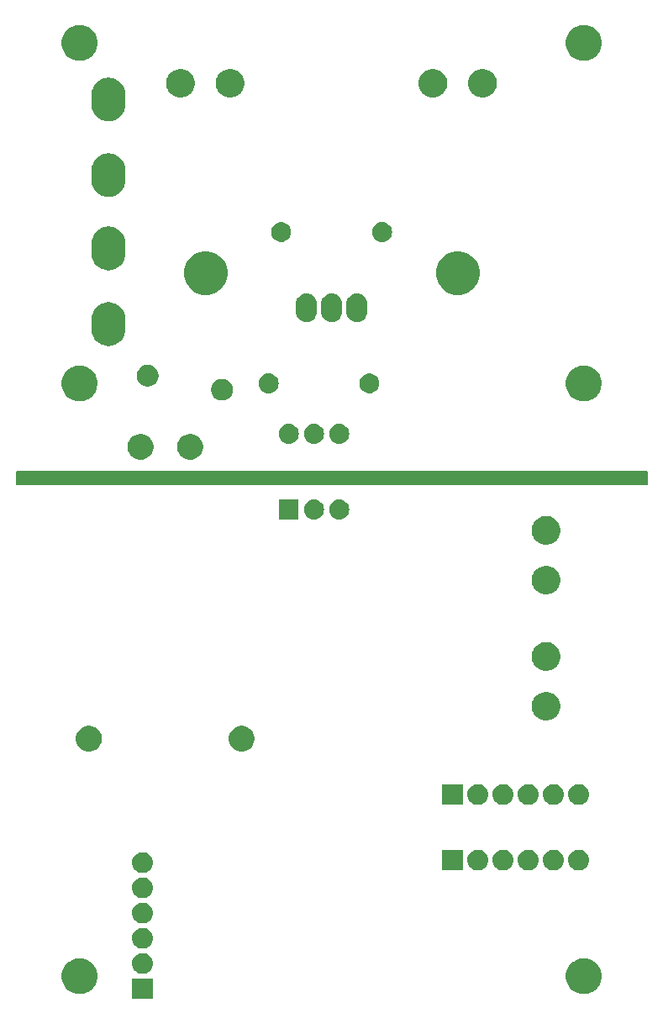
<source format=gbr>
G04 #@! TF.GenerationSoftware,KiCad,Pcbnew,(5.0.1)-4*
G04 #@! TF.CreationDate,2019-02-15T22:12:16-03:00*
G04 #@! TF.ProjectId,reflow,7265666C6F772E6B696361645F706362,rev?*
G04 #@! TF.SameCoordinates,Original*
G04 #@! TF.FileFunction,Soldermask,Bot*
G04 #@! TF.FilePolarity,Negative*
%FSLAX46Y46*%
G04 Gerber Fmt 4.6, Leading zero omitted, Abs format (unit mm)*
G04 Created by KiCad (PCBNEW (5.0.1)-4) date 15/2/2019 22:12:16*
%MOMM*%
%LPD*%
G01*
G04 APERTURE LIST*
%ADD10C,0.150000*%
%ADD11C,0.100000*%
G04 APERTURE END LIST*
D10*
G36*
X119380000Y-67310000D02*
X182880000Y-67310000D01*
X182880000Y-68580000D01*
X119380000Y-68580000D01*
X119380000Y-67310000D01*
G37*
X119380000Y-67310000D02*
X182880000Y-67310000D01*
X182880000Y-68580000D01*
X119380000Y-68580000D01*
X119380000Y-67310000D01*
D11*
G36*
X133130000Y-120430000D02*
X131030000Y-120430000D01*
X131030000Y-118330000D01*
X133130000Y-118330000D01*
X133130000Y-120430000D01*
X133130000Y-120430000D01*
G37*
G36*
X176939122Y-116356115D02*
X177055041Y-116379173D01*
X177382620Y-116514861D01*
X177561169Y-116634164D01*
X177677436Y-116711851D01*
X177928149Y-116962564D01*
X177928151Y-116962567D01*
X178116040Y-117243762D01*
X178125140Y-117257382D01*
X178260827Y-117584960D01*
X178330000Y-117932714D01*
X178330000Y-118287286D01*
X178260827Y-118635040D01*
X178125140Y-118962618D01*
X177928149Y-119257436D01*
X177677436Y-119508149D01*
X177677433Y-119508151D01*
X177382620Y-119705139D01*
X177055041Y-119840827D01*
X176939122Y-119863885D01*
X176707286Y-119910000D01*
X176352714Y-119910000D01*
X176120878Y-119863885D01*
X176004959Y-119840827D01*
X175677380Y-119705139D01*
X175382567Y-119508151D01*
X175382564Y-119508149D01*
X175131851Y-119257436D01*
X174934860Y-118962618D01*
X174799173Y-118635040D01*
X174730000Y-118287286D01*
X174730000Y-117932714D01*
X174799173Y-117584960D01*
X174934860Y-117257382D01*
X174943961Y-117243762D01*
X175131849Y-116962567D01*
X175131851Y-116962564D01*
X175382564Y-116711851D01*
X175498831Y-116634164D01*
X175677380Y-116514861D01*
X176004959Y-116379173D01*
X176120878Y-116356115D01*
X176352714Y-116310000D01*
X176707286Y-116310000D01*
X176939122Y-116356115D01*
X176939122Y-116356115D01*
G37*
G36*
X126139122Y-116356115D02*
X126255041Y-116379173D01*
X126582620Y-116514861D01*
X126761169Y-116634164D01*
X126877436Y-116711851D01*
X127128149Y-116962564D01*
X127128151Y-116962567D01*
X127316040Y-117243762D01*
X127325140Y-117257382D01*
X127460827Y-117584960D01*
X127530000Y-117932714D01*
X127530000Y-118287286D01*
X127460827Y-118635040D01*
X127325140Y-118962618D01*
X127128149Y-119257436D01*
X126877436Y-119508149D01*
X126877433Y-119508151D01*
X126582620Y-119705139D01*
X126255041Y-119840827D01*
X126139122Y-119863885D01*
X125907286Y-119910000D01*
X125552714Y-119910000D01*
X125320878Y-119863885D01*
X125204959Y-119840827D01*
X124877380Y-119705139D01*
X124582567Y-119508151D01*
X124582564Y-119508149D01*
X124331851Y-119257436D01*
X124134860Y-118962618D01*
X123999173Y-118635040D01*
X123930000Y-118287286D01*
X123930000Y-117932714D01*
X123999173Y-117584960D01*
X124134860Y-117257382D01*
X124143961Y-117243762D01*
X124331849Y-116962567D01*
X124331851Y-116962564D01*
X124582564Y-116711851D01*
X124698831Y-116634164D01*
X124877380Y-116514861D01*
X125204959Y-116379173D01*
X125320878Y-116356115D01*
X125552714Y-116310000D01*
X125907286Y-116310000D01*
X126139122Y-116356115D01*
X126139122Y-116356115D01*
G37*
G36*
X132208707Y-115797596D02*
X132285836Y-115805193D01*
X132417787Y-115845220D01*
X132483763Y-115865233D01*
X132666172Y-115962733D01*
X132826054Y-116093946D01*
X132957267Y-116253828D01*
X133054767Y-116436237D01*
X133054767Y-116436238D01*
X133114807Y-116634164D01*
X133135080Y-116840000D01*
X133114807Y-117045836D01*
X133074780Y-117177787D01*
X133054767Y-117243763D01*
X132957267Y-117426172D01*
X132826054Y-117586054D01*
X132666172Y-117717267D01*
X132483763Y-117814767D01*
X132417787Y-117834780D01*
X132285836Y-117874807D01*
X132208707Y-117882404D01*
X132131580Y-117890000D01*
X132028420Y-117890000D01*
X131951293Y-117882404D01*
X131874164Y-117874807D01*
X131742213Y-117834780D01*
X131676237Y-117814767D01*
X131493828Y-117717267D01*
X131333946Y-117586054D01*
X131202733Y-117426172D01*
X131105233Y-117243763D01*
X131085220Y-117177787D01*
X131045193Y-117045836D01*
X131024920Y-116840000D01*
X131045193Y-116634164D01*
X131105233Y-116436238D01*
X131105233Y-116436237D01*
X131202733Y-116253828D01*
X131333946Y-116093946D01*
X131493828Y-115962733D01*
X131676237Y-115865233D01*
X131742213Y-115845220D01*
X131874164Y-115805193D01*
X131951293Y-115797596D01*
X132028420Y-115790000D01*
X132131580Y-115790000D01*
X132208707Y-115797596D01*
X132208707Y-115797596D01*
G37*
G36*
X132208707Y-113257596D02*
X132285836Y-113265193D01*
X132417787Y-113305220D01*
X132483763Y-113325233D01*
X132666172Y-113422733D01*
X132826054Y-113553946D01*
X132957267Y-113713828D01*
X133054767Y-113896237D01*
X133054767Y-113896238D01*
X133114807Y-114094164D01*
X133135080Y-114300000D01*
X133114807Y-114505836D01*
X133074780Y-114637787D01*
X133054767Y-114703763D01*
X132957267Y-114886172D01*
X132826054Y-115046054D01*
X132666172Y-115177267D01*
X132483763Y-115274767D01*
X132417787Y-115294780D01*
X132285836Y-115334807D01*
X132208707Y-115342403D01*
X132131580Y-115350000D01*
X132028420Y-115350000D01*
X131951293Y-115342403D01*
X131874164Y-115334807D01*
X131742213Y-115294780D01*
X131676237Y-115274767D01*
X131493828Y-115177267D01*
X131333946Y-115046054D01*
X131202733Y-114886172D01*
X131105233Y-114703763D01*
X131085220Y-114637787D01*
X131045193Y-114505836D01*
X131024920Y-114300000D01*
X131045193Y-114094164D01*
X131105233Y-113896238D01*
X131105233Y-113896237D01*
X131202733Y-113713828D01*
X131333946Y-113553946D01*
X131493828Y-113422733D01*
X131676237Y-113325233D01*
X131742213Y-113305220D01*
X131874164Y-113265193D01*
X131951293Y-113257596D01*
X132028420Y-113250000D01*
X132131580Y-113250000D01*
X132208707Y-113257596D01*
X132208707Y-113257596D01*
G37*
G36*
X132208707Y-110717596D02*
X132285836Y-110725193D01*
X132417787Y-110765220D01*
X132483763Y-110785233D01*
X132666172Y-110882733D01*
X132826054Y-111013946D01*
X132957267Y-111173828D01*
X133054767Y-111356237D01*
X133054767Y-111356238D01*
X133114807Y-111554164D01*
X133135080Y-111760000D01*
X133114807Y-111965836D01*
X133074780Y-112097787D01*
X133054767Y-112163763D01*
X132957267Y-112346172D01*
X132826054Y-112506054D01*
X132666172Y-112637267D01*
X132483763Y-112734767D01*
X132417787Y-112754780D01*
X132285836Y-112794807D01*
X132208707Y-112802403D01*
X132131580Y-112810000D01*
X132028420Y-112810000D01*
X131951293Y-112802403D01*
X131874164Y-112794807D01*
X131742213Y-112754780D01*
X131676237Y-112734767D01*
X131493828Y-112637267D01*
X131333946Y-112506054D01*
X131202733Y-112346172D01*
X131105233Y-112163763D01*
X131085220Y-112097787D01*
X131045193Y-111965836D01*
X131024920Y-111760000D01*
X131045193Y-111554164D01*
X131105233Y-111356238D01*
X131105233Y-111356237D01*
X131202733Y-111173828D01*
X131333946Y-111013946D01*
X131493828Y-110882733D01*
X131676237Y-110785233D01*
X131742213Y-110765220D01*
X131874164Y-110725193D01*
X131951293Y-110717596D01*
X132028420Y-110710000D01*
X132131580Y-110710000D01*
X132208707Y-110717596D01*
X132208707Y-110717596D01*
G37*
G36*
X132208707Y-108177597D02*
X132285836Y-108185193D01*
X132417787Y-108225220D01*
X132483763Y-108245233D01*
X132666172Y-108342733D01*
X132826054Y-108473946D01*
X132957267Y-108633828D01*
X133054767Y-108816237D01*
X133054767Y-108816238D01*
X133114807Y-109014164D01*
X133135080Y-109220000D01*
X133114807Y-109425836D01*
X133074780Y-109557787D01*
X133054767Y-109623763D01*
X132957267Y-109806172D01*
X132826054Y-109966054D01*
X132666172Y-110097267D01*
X132483763Y-110194767D01*
X132417787Y-110214780D01*
X132285836Y-110254807D01*
X132208707Y-110262404D01*
X132131580Y-110270000D01*
X132028420Y-110270000D01*
X131951293Y-110262404D01*
X131874164Y-110254807D01*
X131742213Y-110214780D01*
X131676237Y-110194767D01*
X131493828Y-110097267D01*
X131333946Y-109966054D01*
X131202733Y-109806172D01*
X131105233Y-109623763D01*
X131085220Y-109557787D01*
X131045193Y-109425836D01*
X131024920Y-109220000D01*
X131045193Y-109014164D01*
X131105233Y-108816238D01*
X131105233Y-108816237D01*
X131202733Y-108633828D01*
X131333946Y-108473946D01*
X131493828Y-108342733D01*
X131676237Y-108245233D01*
X131742213Y-108225220D01*
X131874164Y-108185193D01*
X131951293Y-108177597D01*
X132028420Y-108170000D01*
X132131580Y-108170000D01*
X132208707Y-108177597D01*
X132208707Y-108177597D01*
G37*
G36*
X132208707Y-105637596D02*
X132285836Y-105645193D01*
X132417787Y-105685220D01*
X132483763Y-105705233D01*
X132666172Y-105802733D01*
X132826054Y-105933946D01*
X132957267Y-106093828D01*
X133054767Y-106276237D01*
X133054767Y-106276238D01*
X133114807Y-106474164D01*
X133135080Y-106680000D01*
X133114807Y-106885836D01*
X133074780Y-107017787D01*
X133054767Y-107083763D01*
X132957267Y-107266172D01*
X132826054Y-107426054D01*
X132666172Y-107557267D01*
X132483763Y-107654767D01*
X132417787Y-107674780D01*
X132285836Y-107714807D01*
X132208707Y-107722404D01*
X132131580Y-107730000D01*
X132028420Y-107730000D01*
X131951293Y-107722404D01*
X131874164Y-107714807D01*
X131742213Y-107674780D01*
X131676237Y-107654767D01*
X131493828Y-107557267D01*
X131333946Y-107426054D01*
X131202733Y-107266172D01*
X131105233Y-107083763D01*
X131085220Y-107017787D01*
X131045193Y-106885836D01*
X131024920Y-106680000D01*
X131045193Y-106474164D01*
X131105233Y-106276238D01*
X131105233Y-106276237D01*
X131202733Y-106093828D01*
X131333946Y-105933946D01*
X131493828Y-105802733D01*
X131676237Y-105705233D01*
X131742213Y-105685220D01*
X131874164Y-105645193D01*
X131951293Y-105637596D01*
X132028420Y-105630000D01*
X132131580Y-105630000D01*
X132208707Y-105637596D01*
X132208707Y-105637596D01*
G37*
G36*
X173610707Y-105383596D02*
X173687836Y-105391193D01*
X173819787Y-105431220D01*
X173885763Y-105451233D01*
X174068172Y-105548733D01*
X174228054Y-105679946D01*
X174359267Y-105839828D01*
X174456767Y-106022237D01*
X174456767Y-106022238D01*
X174516807Y-106220164D01*
X174537080Y-106426000D01*
X174516807Y-106631836D01*
X174476780Y-106763787D01*
X174456767Y-106829763D01*
X174359267Y-107012172D01*
X174228054Y-107172054D01*
X174068172Y-107303267D01*
X173885763Y-107400767D01*
X173819787Y-107420780D01*
X173687836Y-107460807D01*
X173610707Y-107468403D01*
X173533580Y-107476000D01*
X173430420Y-107476000D01*
X173353293Y-107468403D01*
X173276164Y-107460807D01*
X173144213Y-107420780D01*
X173078237Y-107400767D01*
X172895828Y-107303267D01*
X172735946Y-107172054D01*
X172604733Y-107012172D01*
X172507233Y-106829763D01*
X172487220Y-106763787D01*
X172447193Y-106631836D01*
X172426920Y-106426000D01*
X172447193Y-106220164D01*
X172507233Y-106022238D01*
X172507233Y-106022237D01*
X172604733Y-105839828D01*
X172735946Y-105679946D01*
X172895828Y-105548733D01*
X173078237Y-105451233D01*
X173144213Y-105431220D01*
X173276164Y-105391193D01*
X173353293Y-105383596D01*
X173430420Y-105376000D01*
X173533580Y-105376000D01*
X173610707Y-105383596D01*
X173610707Y-105383596D01*
G37*
G36*
X176150707Y-105383596D02*
X176227836Y-105391193D01*
X176359787Y-105431220D01*
X176425763Y-105451233D01*
X176608172Y-105548733D01*
X176768054Y-105679946D01*
X176899267Y-105839828D01*
X176996767Y-106022237D01*
X176996767Y-106022238D01*
X177056807Y-106220164D01*
X177077080Y-106426000D01*
X177056807Y-106631836D01*
X177016780Y-106763787D01*
X176996767Y-106829763D01*
X176899267Y-107012172D01*
X176768054Y-107172054D01*
X176608172Y-107303267D01*
X176425763Y-107400767D01*
X176359787Y-107420780D01*
X176227836Y-107460807D01*
X176150707Y-107468403D01*
X176073580Y-107476000D01*
X175970420Y-107476000D01*
X175893293Y-107468403D01*
X175816164Y-107460807D01*
X175684213Y-107420780D01*
X175618237Y-107400767D01*
X175435828Y-107303267D01*
X175275946Y-107172054D01*
X175144733Y-107012172D01*
X175047233Y-106829763D01*
X175027220Y-106763787D01*
X174987193Y-106631836D01*
X174966920Y-106426000D01*
X174987193Y-106220164D01*
X175047233Y-106022238D01*
X175047233Y-106022237D01*
X175144733Y-105839828D01*
X175275946Y-105679946D01*
X175435828Y-105548733D01*
X175618237Y-105451233D01*
X175684213Y-105431220D01*
X175816164Y-105391193D01*
X175893293Y-105383596D01*
X175970420Y-105376000D01*
X176073580Y-105376000D01*
X176150707Y-105383596D01*
X176150707Y-105383596D01*
G37*
G36*
X171070707Y-105383596D02*
X171147836Y-105391193D01*
X171279787Y-105431220D01*
X171345763Y-105451233D01*
X171528172Y-105548733D01*
X171688054Y-105679946D01*
X171819267Y-105839828D01*
X171916767Y-106022237D01*
X171916767Y-106022238D01*
X171976807Y-106220164D01*
X171997080Y-106426000D01*
X171976807Y-106631836D01*
X171936780Y-106763787D01*
X171916767Y-106829763D01*
X171819267Y-107012172D01*
X171688054Y-107172054D01*
X171528172Y-107303267D01*
X171345763Y-107400767D01*
X171279787Y-107420780D01*
X171147836Y-107460807D01*
X171070707Y-107468403D01*
X170993580Y-107476000D01*
X170890420Y-107476000D01*
X170813293Y-107468403D01*
X170736164Y-107460807D01*
X170604213Y-107420780D01*
X170538237Y-107400767D01*
X170355828Y-107303267D01*
X170195946Y-107172054D01*
X170064733Y-107012172D01*
X169967233Y-106829763D01*
X169947220Y-106763787D01*
X169907193Y-106631836D01*
X169886920Y-106426000D01*
X169907193Y-106220164D01*
X169967233Y-106022238D01*
X169967233Y-106022237D01*
X170064733Y-105839828D01*
X170195946Y-105679946D01*
X170355828Y-105548733D01*
X170538237Y-105451233D01*
X170604213Y-105431220D01*
X170736164Y-105391193D01*
X170813293Y-105383596D01*
X170890420Y-105376000D01*
X170993580Y-105376000D01*
X171070707Y-105383596D01*
X171070707Y-105383596D01*
G37*
G36*
X165990707Y-105383596D02*
X166067836Y-105391193D01*
X166199787Y-105431220D01*
X166265763Y-105451233D01*
X166448172Y-105548733D01*
X166608054Y-105679946D01*
X166739267Y-105839828D01*
X166836767Y-106022237D01*
X166836767Y-106022238D01*
X166896807Y-106220164D01*
X166917080Y-106426000D01*
X166896807Y-106631836D01*
X166856780Y-106763787D01*
X166836767Y-106829763D01*
X166739267Y-107012172D01*
X166608054Y-107172054D01*
X166448172Y-107303267D01*
X166265763Y-107400767D01*
X166199787Y-107420780D01*
X166067836Y-107460807D01*
X165990707Y-107468403D01*
X165913580Y-107476000D01*
X165810420Y-107476000D01*
X165733293Y-107468403D01*
X165656164Y-107460807D01*
X165524213Y-107420780D01*
X165458237Y-107400767D01*
X165275828Y-107303267D01*
X165115946Y-107172054D01*
X164984733Y-107012172D01*
X164887233Y-106829763D01*
X164867220Y-106763787D01*
X164827193Y-106631836D01*
X164806920Y-106426000D01*
X164827193Y-106220164D01*
X164887233Y-106022238D01*
X164887233Y-106022237D01*
X164984733Y-105839828D01*
X165115946Y-105679946D01*
X165275828Y-105548733D01*
X165458237Y-105451233D01*
X165524213Y-105431220D01*
X165656164Y-105391193D01*
X165733293Y-105383596D01*
X165810420Y-105376000D01*
X165913580Y-105376000D01*
X165990707Y-105383596D01*
X165990707Y-105383596D01*
G37*
G36*
X168530707Y-105383596D02*
X168607836Y-105391193D01*
X168739787Y-105431220D01*
X168805763Y-105451233D01*
X168988172Y-105548733D01*
X169148054Y-105679946D01*
X169279267Y-105839828D01*
X169376767Y-106022237D01*
X169376767Y-106022238D01*
X169436807Y-106220164D01*
X169457080Y-106426000D01*
X169436807Y-106631836D01*
X169396780Y-106763787D01*
X169376767Y-106829763D01*
X169279267Y-107012172D01*
X169148054Y-107172054D01*
X168988172Y-107303267D01*
X168805763Y-107400767D01*
X168739787Y-107420780D01*
X168607836Y-107460807D01*
X168530707Y-107468403D01*
X168453580Y-107476000D01*
X168350420Y-107476000D01*
X168273293Y-107468403D01*
X168196164Y-107460807D01*
X168064213Y-107420780D01*
X167998237Y-107400767D01*
X167815828Y-107303267D01*
X167655946Y-107172054D01*
X167524733Y-107012172D01*
X167427233Y-106829763D01*
X167407220Y-106763787D01*
X167367193Y-106631836D01*
X167346920Y-106426000D01*
X167367193Y-106220164D01*
X167427233Y-106022238D01*
X167427233Y-106022237D01*
X167524733Y-105839828D01*
X167655946Y-105679946D01*
X167815828Y-105548733D01*
X167998237Y-105451233D01*
X168064213Y-105431220D01*
X168196164Y-105391193D01*
X168273293Y-105383596D01*
X168350420Y-105376000D01*
X168453580Y-105376000D01*
X168530707Y-105383596D01*
X168530707Y-105383596D01*
G37*
G36*
X164372000Y-107476000D02*
X162272000Y-107476000D01*
X162272000Y-105376000D01*
X164372000Y-105376000D01*
X164372000Y-107476000D01*
X164372000Y-107476000D01*
G37*
G36*
X176150707Y-98779596D02*
X176227836Y-98787193D01*
X176359787Y-98827220D01*
X176425763Y-98847233D01*
X176608172Y-98944733D01*
X176768054Y-99075946D01*
X176899267Y-99235828D01*
X176996767Y-99418237D01*
X176996767Y-99418238D01*
X177056807Y-99616164D01*
X177077080Y-99822000D01*
X177056807Y-100027836D01*
X177016780Y-100159787D01*
X176996767Y-100225763D01*
X176899267Y-100408172D01*
X176768054Y-100568054D01*
X176608172Y-100699267D01*
X176425763Y-100796767D01*
X176359787Y-100816780D01*
X176227836Y-100856807D01*
X176150707Y-100864403D01*
X176073580Y-100872000D01*
X175970420Y-100872000D01*
X175893293Y-100864403D01*
X175816164Y-100856807D01*
X175684213Y-100816780D01*
X175618237Y-100796767D01*
X175435828Y-100699267D01*
X175275946Y-100568054D01*
X175144733Y-100408172D01*
X175047233Y-100225763D01*
X175027220Y-100159787D01*
X174987193Y-100027836D01*
X174966920Y-99822000D01*
X174987193Y-99616164D01*
X175047233Y-99418238D01*
X175047233Y-99418237D01*
X175144733Y-99235828D01*
X175275946Y-99075946D01*
X175435828Y-98944733D01*
X175618237Y-98847233D01*
X175684213Y-98827220D01*
X175816164Y-98787193D01*
X175893293Y-98779597D01*
X175970420Y-98772000D01*
X176073580Y-98772000D01*
X176150707Y-98779596D01*
X176150707Y-98779596D01*
G37*
G36*
X171070707Y-98779596D02*
X171147836Y-98787193D01*
X171279787Y-98827220D01*
X171345763Y-98847233D01*
X171528172Y-98944733D01*
X171688054Y-99075946D01*
X171819267Y-99235828D01*
X171916767Y-99418237D01*
X171916767Y-99418238D01*
X171976807Y-99616164D01*
X171997080Y-99822000D01*
X171976807Y-100027836D01*
X171936780Y-100159787D01*
X171916767Y-100225763D01*
X171819267Y-100408172D01*
X171688054Y-100568054D01*
X171528172Y-100699267D01*
X171345763Y-100796767D01*
X171279787Y-100816780D01*
X171147836Y-100856807D01*
X171070707Y-100864403D01*
X170993580Y-100872000D01*
X170890420Y-100872000D01*
X170813293Y-100864403D01*
X170736164Y-100856807D01*
X170604213Y-100816780D01*
X170538237Y-100796767D01*
X170355828Y-100699267D01*
X170195946Y-100568054D01*
X170064733Y-100408172D01*
X169967233Y-100225763D01*
X169947220Y-100159787D01*
X169907193Y-100027836D01*
X169886920Y-99822000D01*
X169907193Y-99616164D01*
X169967233Y-99418238D01*
X169967233Y-99418237D01*
X170064733Y-99235828D01*
X170195946Y-99075946D01*
X170355828Y-98944733D01*
X170538237Y-98847233D01*
X170604213Y-98827220D01*
X170736164Y-98787193D01*
X170813293Y-98779597D01*
X170890420Y-98772000D01*
X170993580Y-98772000D01*
X171070707Y-98779596D01*
X171070707Y-98779596D01*
G37*
G36*
X168530707Y-98779596D02*
X168607836Y-98787193D01*
X168739787Y-98827220D01*
X168805763Y-98847233D01*
X168988172Y-98944733D01*
X169148054Y-99075946D01*
X169279267Y-99235828D01*
X169376767Y-99418237D01*
X169376767Y-99418238D01*
X169436807Y-99616164D01*
X169457080Y-99822000D01*
X169436807Y-100027836D01*
X169396780Y-100159787D01*
X169376767Y-100225763D01*
X169279267Y-100408172D01*
X169148054Y-100568054D01*
X168988172Y-100699267D01*
X168805763Y-100796767D01*
X168739787Y-100816780D01*
X168607836Y-100856807D01*
X168530707Y-100864403D01*
X168453580Y-100872000D01*
X168350420Y-100872000D01*
X168273293Y-100864403D01*
X168196164Y-100856807D01*
X168064213Y-100816780D01*
X167998237Y-100796767D01*
X167815828Y-100699267D01*
X167655946Y-100568054D01*
X167524733Y-100408172D01*
X167427233Y-100225763D01*
X167407220Y-100159787D01*
X167367193Y-100027836D01*
X167346920Y-99822000D01*
X167367193Y-99616164D01*
X167427233Y-99418238D01*
X167427233Y-99418237D01*
X167524733Y-99235828D01*
X167655946Y-99075946D01*
X167815828Y-98944733D01*
X167998237Y-98847233D01*
X168064213Y-98827220D01*
X168196164Y-98787193D01*
X168273293Y-98779597D01*
X168350420Y-98772000D01*
X168453580Y-98772000D01*
X168530707Y-98779596D01*
X168530707Y-98779596D01*
G37*
G36*
X165990707Y-98779596D02*
X166067836Y-98787193D01*
X166199787Y-98827220D01*
X166265763Y-98847233D01*
X166448172Y-98944733D01*
X166608054Y-99075946D01*
X166739267Y-99235828D01*
X166836767Y-99418237D01*
X166836767Y-99418238D01*
X166896807Y-99616164D01*
X166917080Y-99822000D01*
X166896807Y-100027836D01*
X166856780Y-100159787D01*
X166836767Y-100225763D01*
X166739267Y-100408172D01*
X166608054Y-100568054D01*
X166448172Y-100699267D01*
X166265763Y-100796767D01*
X166199787Y-100816780D01*
X166067836Y-100856807D01*
X165990707Y-100864403D01*
X165913580Y-100872000D01*
X165810420Y-100872000D01*
X165733293Y-100864403D01*
X165656164Y-100856807D01*
X165524213Y-100816780D01*
X165458237Y-100796767D01*
X165275828Y-100699267D01*
X165115946Y-100568054D01*
X164984733Y-100408172D01*
X164887233Y-100225763D01*
X164867220Y-100159787D01*
X164827193Y-100027836D01*
X164806920Y-99822000D01*
X164827193Y-99616164D01*
X164887233Y-99418238D01*
X164887233Y-99418237D01*
X164984733Y-99235828D01*
X165115946Y-99075946D01*
X165275828Y-98944733D01*
X165458237Y-98847233D01*
X165524213Y-98827220D01*
X165656164Y-98787193D01*
X165733293Y-98779597D01*
X165810420Y-98772000D01*
X165913580Y-98772000D01*
X165990707Y-98779596D01*
X165990707Y-98779596D01*
G37*
G36*
X164372000Y-100872000D02*
X162272000Y-100872000D01*
X162272000Y-98772000D01*
X164372000Y-98772000D01*
X164372000Y-100872000D01*
X164372000Y-100872000D01*
G37*
G36*
X173610707Y-98779596D02*
X173687836Y-98787193D01*
X173819787Y-98827220D01*
X173885763Y-98847233D01*
X174068172Y-98944733D01*
X174228054Y-99075946D01*
X174359267Y-99235828D01*
X174456767Y-99418237D01*
X174456767Y-99418238D01*
X174516807Y-99616164D01*
X174537080Y-99822000D01*
X174516807Y-100027836D01*
X174476780Y-100159787D01*
X174456767Y-100225763D01*
X174359267Y-100408172D01*
X174228054Y-100568054D01*
X174068172Y-100699267D01*
X173885763Y-100796767D01*
X173819787Y-100816780D01*
X173687836Y-100856807D01*
X173610707Y-100864403D01*
X173533580Y-100872000D01*
X173430420Y-100872000D01*
X173353293Y-100864403D01*
X173276164Y-100856807D01*
X173144213Y-100816780D01*
X173078237Y-100796767D01*
X172895828Y-100699267D01*
X172735946Y-100568054D01*
X172604733Y-100408172D01*
X172507233Y-100225763D01*
X172487220Y-100159787D01*
X172447193Y-100027836D01*
X172426920Y-99822000D01*
X172447193Y-99616164D01*
X172507233Y-99418238D01*
X172507233Y-99418237D01*
X172604733Y-99235828D01*
X172735946Y-99075946D01*
X172895828Y-98944733D01*
X173078237Y-98847233D01*
X173144213Y-98827220D01*
X173276164Y-98787193D01*
X173353293Y-98779597D01*
X173430420Y-98772000D01*
X173533580Y-98772000D01*
X173610707Y-98779596D01*
X173610707Y-98779596D01*
G37*
G36*
X127045196Y-92951958D02*
X127281780Y-93049954D01*
X127494705Y-93192226D01*
X127675774Y-93373295D01*
X127818046Y-93586220D01*
X127916042Y-93822804D01*
X127966000Y-94073960D01*
X127966000Y-94330040D01*
X127916042Y-94581196D01*
X127818046Y-94817780D01*
X127675774Y-95030705D01*
X127494705Y-95211774D01*
X127281780Y-95354046D01*
X127045196Y-95452042D01*
X126794040Y-95502000D01*
X126537960Y-95502000D01*
X126286804Y-95452042D01*
X126050220Y-95354046D01*
X125837295Y-95211774D01*
X125656226Y-95030705D01*
X125513954Y-94817780D01*
X125415958Y-94581196D01*
X125366000Y-94330040D01*
X125366000Y-94073960D01*
X125415958Y-93822804D01*
X125513954Y-93586220D01*
X125656226Y-93373295D01*
X125837295Y-93192226D01*
X126050220Y-93049954D01*
X126286804Y-92951958D01*
X126537960Y-92902000D01*
X126794040Y-92902000D01*
X127045196Y-92951958D01*
X127045196Y-92951958D01*
G37*
G36*
X142445196Y-92951958D02*
X142681780Y-93049954D01*
X142894705Y-93192226D01*
X143075774Y-93373295D01*
X143218046Y-93586220D01*
X143316042Y-93822804D01*
X143366000Y-94073960D01*
X143366000Y-94330040D01*
X143316042Y-94581196D01*
X143218046Y-94817780D01*
X143075774Y-95030705D01*
X142894705Y-95211774D01*
X142681780Y-95354046D01*
X142445196Y-95452042D01*
X142194040Y-95502000D01*
X141937960Y-95502000D01*
X141686804Y-95452042D01*
X141450220Y-95354046D01*
X141237295Y-95211774D01*
X141056226Y-95030705D01*
X140913954Y-94817780D01*
X140815958Y-94581196D01*
X140766000Y-94330040D01*
X140766000Y-94073960D01*
X140815958Y-93822804D01*
X140913954Y-93586220D01*
X141056226Y-93373295D01*
X141237295Y-93192226D01*
X141450220Y-93049954D01*
X141686804Y-92951958D01*
X141937960Y-92902000D01*
X142194040Y-92902000D01*
X142445196Y-92951958D01*
X142445196Y-92951958D01*
G37*
G36*
X173142947Y-89537722D02*
X173406833Y-89647027D01*
X173644324Y-89805713D01*
X173846287Y-90007676D01*
X174004973Y-90245167D01*
X174114278Y-90509053D01*
X174170000Y-90789186D01*
X174170000Y-91074814D01*
X174114278Y-91354947D01*
X174004973Y-91618833D01*
X173846287Y-91856324D01*
X173644324Y-92058287D01*
X173406833Y-92216973D01*
X173142947Y-92326278D01*
X172862814Y-92382000D01*
X172577186Y-92382000D01*
X172297053Y-92326278D01*
X172033167Y-92216973D01*
X171795676Y-92058287D01*
X171593713Y-91856324D01*
X171435027Y-91618833D01*
X171325722Y-91354947D01*
X171270000Y-91074814D01*
X171270000Y-90789186D01*
X171325722Y-90509053D01*
X171435027Y-90245167D01*
X171593713Y-90007676D01*
X171795676Y-89805713D01*
X172033167Y-89647027D01*
X172297053Y-89537722D01*
X172577186Y-89482000D01*
X172862814Y-89482000D01*
X173142947Y-89537722D01*
X173142947Y-89537722D01*
G37*
G36*
X173142947Y-84537722D02*
X173406833Y-84647027D01*
X173644324Y-84805713D01*
X173846287Y-85007676D01*
X174004973Y-85245167D01*
X174114278Y-85509053D01*
X174170000Y-85789186D01*
X174170000Y-86074814D01*
X174114278Y-86354947D01*
X174004973Y-86618833D01*
X173846287Y-86856324D01*
X173644324Y-87058287D01*
X173406833Y-87216973D01*
X173142947Y-87326278D01*
X172862814Y-87382000D01*
X172577186Y-87382000D01*
X172297053Y-87326278D01*
X172033167Y-87216973D01*
X171795676Y-87058287D01*
X171593713Y-86856324D01*
X171435027Y-86618833D01*
X171325722Y-86354947D01*
X171270000Y-86074814D01*
X171270000Y-85789186D01*
X171325722Y-85509053D01*
X171435027Y-85245167D01*
X171593713Y-85007676D01*
X171795676Y-84805713D01*
X172033167Y-84647027D01*
X172297053Y-84537722D01*
X172577186Y-84482000D01*
X172862814Y-84482000D01*
X173142947Y-84537722D01*
X173142947Y-84537722D01*
G37*
G36*
X173142947Y-76837722D02*
X173406833Y-76947027D01*
X173644324Y-77105713D01*
X173846287Y-77307676D01*
X174004973Y-77545167D01*
X174114278Y-77809053D01*
X174170000Y-78089186D01*
X174170000Y-78374814D01*
X174114278Y-78654947D01*
X174004973Y-78918833D01*
X173846287Y-79156324D01*
X173644324Y-79358287D01*
X173406833Y-79516973D01*
X173142947Y-79626278D01*
X172862814Y-79682000D01*
X172577186Y-79682000D01*
X172297053Y-79626278D01*
X172033167Y-79516973D01*
X171795676Y-79358287D01*
X171593713Y-79156324D01*
X171435027Y-78918833D01*
X171325722Y-78654947D01*
X171270000Y-78374814D01*
X171270000Y-78089186D01*
X171325722Y-77809053D01*
X171435027Y-77545167D01*
X171593713Y-77307676D01*
X171795676Y-77105713D01*
X172033167Y-76947027D01*
X172297053Y-76837722D01*
X172577186Y-76782000D01*
X172862814Y-76782000D01*
X173142947Y-76837722D01*
X173142947Y-76837722D01*
G37*
G36*
X173142947Y-71837722D02*
X173406833Y-71947027D01*
X173644324Y-72105713D01*
X173846287Y-72307676D01*
X174004973Y-72545167D01*
X174114278Y-72809053D01*
X174170000Y-73089186D01*
X174170000Y-73374814D01*
X174114278Y-73654947D01*
X174004973Y-73918833D01*
X173846287Y-74156324D01*
X173644324Y-74358287D01*
X173406833Y-74516973D01*
X173142947Y-74626278D01*
X172862814Y-74682000D01*
X172577186Y-74682000D01*
X172297053Y-74626278D01*
X172033167Y-74516973D01*
X171795676Y-74358287D01*
X171593713Y-74156324D01*
X171435027Y-73918833D01*
X171325722Y-73654947D01*
X171270000Y-73374814D01*
X171270000Y-73089186D01*
X171325722Y-72809053D01*
X171435027Y-72545167D01*
X171593713Y-72307676D01*
X171795676Y-72105713D01*
X172033167Y-71947027D01*
X172297053Y-71837722D01*
X172577186Y-71782000D01*
X172862814Y-71782000D01*
X173142947Y-71837722D01*
X173142947Y-71837722D01*
G37*
G36*
X147812000Y-72120000D02*
X145812000Y-72120000D01*
X145812000Y-70120000D01*
X147812000Y-70120000D01*
X147812000Y-72120000D01*
X147812000Y-72120000D01*
G37*
G36*
X149548030Y-70134469D02*
X149548033Y-70134470D01*
X149548034Y-70134470D01*
X149736535Y-70191651D01*
X149736537Y-70191652D01*
X149910260Y-70284509D01*
X150062528Y-70409472D01*
X150187491Y-70561740D01*
X150280348Y-70735463D01*
X150337531Y-70923970D01*
X150356838Y-71120000D01*
X150337531Y-71316030D01*
X150280348Y-71504537D01*
X150187491Y-71678260D01*
X150062528Y-71830528D01*
X149910260Y-71955491D01*
X149910258Y-71955492D01*
X149736535Y-72048349D01*
X149548034Y-72105530D01*
X149548033Y-72105530D01*
X149548030Y-72105531D01*
X149401124Y-72120000D01*
X149302876Y-72120000D01*
X149155970Y-72105531D01*
X149155967Y-72105530D01*
X149155966Y-72105530D01*
X148967465Y-72048349D01*
X148793742Y-71955492D01*
X148793740Y-71955491D01*
X148641472Y-71830528D01*
X148516509Y-71678260D01*
X148423652Y-71504537D01*
X148366469Y-71316030D01*
X148347162Y-71120000D01*
X148366469Y-70923970D01*
X148423652Y-70735463D01*
X148516509Y-70561740D01*
X148641472Y-70409472D01*
X148793740Y-70284509D01*
X148967463Y-70191652D01*
X148967465Y-70191651D01*
X149155966Y-70134470D01*
X149155967Y-70134470D01*
X149155970Y-70134469D01*
X149302876Y-70120000D01*
X149401124Y-70120000D01*
X149548030Y-70134469D01*
X149548030Y-70134469D01*
G37*
G36*
X152088030Y-70134469D02*
X152088033Y-70134470D01*
X152088034Y-70134470D01*
X152276535Y-70191651D01*
X152276537Y-70191652D01*
X152450260Y-70284509D01*
X152602528Y-70409472D01*
X152727491Y-70561740D01*
X152820348Y-70735463D01*
X152877531Y-70923970D01*
X152896838Y-71120000D01*
X152877531Y-71316030D01*
X152820348Y-71504537D01*
X152727491Y-71678260D01*
X152602528Y-71830528D01*
X152450260Y-71955491D01*
X152450258Y-71955492D01*
X152276535Y-72048349D01*
X152088034Y-72105530D01*
X152088033Y-72105530D01*
X152088030Y-72105531D01*
X151941124Y-72120000D01*
X151842876Y-72120000D01*
X151695970Y-72105531D01*
X151695967Y-72105530D01*
X151695966Y-72105530D01*
X151507465Y-72048349D01*
X151333742Y-71955492D01*
X151333740Y-71955491D01*
X151181472Y-71830528D01*
X151056509Y-71678260D01*
X150963652Y-71504537D01*
X150906469Y-71316030D01*
X150887162Y-71120000D01*
X150906469Y-70923970D01*
X150963652Y-70735463D01*
X151056509Y-70561740D01*
X151181472Y-70409472D01*
X151333740Y-70284509D01*
X151507463Y-70191652D01*
X151507465Y-70191651D01*
X151695966Y-70134470D01*
X151695967Y-70134470D01*
X151695970Y-70134469D01*
X151842876Y-70120000D01*
X151941124Y-70120000D01*
X152088030Y-70134469D01*
X152088030Y-70134469D01*
G37*
G36*
X132245196Y-63551958D02*
X132481780Y-63649954D01*
X132694705Y-63792226D01*
X132875774Y-63973295D01*
X133018046Y-64186220D01*
X133116042Y-64422804D01*
X133166000Y-64673960D01*
X133166000Y-64930040D01*
X133116042Y-65181196D01*
X133018046Y-65417780D01*
X132875774Y-65630705D01*
X132694705Y-65811774D01*
X132481780Y-65954046D01*
X132245196Y-66052042D01*
X131994040Y-66102000D01*
X131737960Y-66102000D01*
X131486804Y-66052042D01*
X131250220Y-65954046D01*
X131037295Y-65811774D01*
X130856226Y-65630705D01*
X130713954Y-65417780D01*
X130615958Y-65181196D01*
X130566000Y-64930040D01*
X130566000Y-64673960D01*
X130615958Y-64422804D01*
X130713954Y-64186220D01*
X130856226Y-63973295D01*
X131037295Y-63792226D01*
X131250220Y-63649954D01*
X131486804Y-63551958D01*
X131737960Y-63502000D01*
X131994040Y-63502000D01*
X132245196Y-63551958D01*
X132245196Y-63551958D01*
G37*
G36*
X137245196Y-63551958D02*
X137481780Y-63649954D01*
X137694705Y-63792226D01*
X137875774Y-63973295D01*
X138018046Y-64186220D01*
X138116042Y-64422804D01*
X138166000Y-64673960D01*
X138166000Y-64930040D01*
X138116042Y-65181196D01*
X138018046Y-65417780D01*
X137875774Y-65630705D01*
X137694705Y-65811774D01*
X137481780Y-65954046D01*
X137245196Y-66052042D01*
X136994040Y-66102000D01*
X136737960Y-66102000D01*
X136486804Y-66052042D01*
X136250220Y-65954046D01*
X136037295Y-65811774D01*
X135856226Y-65630705D01*
X135713954Y-65417780D01*
X135615958Y-65181196D01*
X135566000Y-64930040D01*
X135566000Y-64673960D01*
X135615958Y-64422804D01*
X135713954Y-64186220D01*
X135856226Y-63973295D01*
X136037295Y-63792226D01*
X136250220Y-63649954D01*
X136486804Y-63551958D01*
X136737960Y-63502000D01*
X136994040Y-63502000D01*
X137245196Y-63551958D01*
X137245196Y-63551958D01*
G37*
G36*
X152088030Y-62514469D02*
X152088033Y-62514470D01*
X152088034Y-62514470D01*
X152276535Y-62571651D01*
X152276537Y-62571652D01*
X152450260Y-62664509D01*
X152602528Y-62789472D01*
X152727491Y-62941740D01*
X152820348Y-63115463D01*
X152877531Y-63303970D01*
X152896838Y-63500000D01*
X152877531Y-63696030D01*
X152877530Y-63696033D01*
X152877530Y-63696034D01*
X152848351Y-63792226D01*
X152820348Y-63884537D01*
X152727491Y-64058260D01*
X152602528Y-64210528D01*
X152450260Y-64335491D01*
X152450258Y-64335492D01*
X152276535Y-64428349D01*
X152088034Y-64485530D01*
X152088033Y-64485530D01*
X152088030Y-64485531D01*
X151941124Y-64500000D01*
X151842876Y-64500000D01*
X151695970Y-64485531D01*
X151695967Y-64485530D01*
X151695966Y-64485530D01*
X151507465Y-64428349D01*
X151333742Y-64335492D01*
X151333740Y-64335491D01*
X151181472Y-64210528D01*
X151056509Y-64058260D01*
X150963652Y-63884537D01*
X150935650Y-63792226D01*
X150906470Y-63696034D01*
X150906470Y-63696033D01*
X150906469Y-63696030D01*
X150887162Y-63500000D01*
X150906469Y-63303970D01*
X150963652Y-63115463D01*
X151056509Y-62941740D01*
X151181472Y-62789472D01*
X151333740Y-62664509D01*
X151507463Y-62571652D01*
X151507465Y-62571651D01*
X151695966Y-62514470D01*
X151695967Y-62514470D01*
X151695970Y-62514469D01*
X151842876Y-62500000D01*
X151941124Y-62500000D01*
X152088030Y-62514469D01*
X152088030Y-62514469D01*
G37*
G36*
X149548030Y-62514469D02*
X149548033Y-62514470D01*
X149548034Y-62514470D01*
X149736535Y-62571651D01*
X149736537Y-62571652D01*
X149910260Y-62664509D01*
X150062528Y-62789472D01*
X150187491Y-62941740D01*
X150280348Y-63115463D01*
X150337531Y-63303970D01*
X150356838Y-63500000D01*
X150337531Y-63696030D01*
X150337530Y-63696033D01*
X150337530Y-63696034D01*
X150308351Y-63792226D01*
X150280348Y-63884537D01*
X150187491Y-64058260D01*
X150062528Y-64210528D01*
X149910260Y-64335491D01*
X149910258Y-64335492D01*
X149736535Y-64428349D01*
X149548034Y-64485530D01*
X149548033Y-64485530D01*
X149548030Y-64485531D01*
X149401124Y-64500000D01*
X149302876Y-64500000D01*
X149155970Y-64485531D01*
X149155967Y-64485530D01*
X149155966Y-64485530D01*
X148967465Y-64428349D01*
X148793742Y-64335492D01*
X148793740Y-64335491D01*
X148641472Y-64210528D01*
X148516509Y-64058260D01*
X148423652Y-63884537D01*
X148395650Y-63792226D01*
X148366470Y-63696034D01*
X148366470Y-63696033D01*
X148366469Y-63696030D01*
X148347162Y-63500000D01*
X148366469Y-63303970D01*
X148423652Y-63115463D01*
X148516509Y-62941740D01*
X148641472Y-62789472D01*
X148793740Y-62664509D01*
X148967463Y-62571652D01*
X148967465Y-62571651D01*
X149155966Y-62514470D01*
X149155967Y-62514470D01*
X149155970Y-62514469D01*
X149302876Y-62500000D01*
X149401124Y-62500000D01*
X149548030Y-62514469D01*
X149548030Y-62514469D01*
G37*
G36*
X147008030Y-62514469D02*
X147008033Y-62514470D01*
X147008034Y-62514470D01*
X147196535Y-62571651D01*
X147196537Y-62571652D01*
X147370260Y-62664509D01*
X147522528Y-62789472D01*
X147647491Y-62941740D01*
X147740348Y-63115463D01*
X147797531Y-63303970D01*
X147816838Y-63500000D01*
X147797531Y-63696030D01*
X147797530Y-63696033D01*
X147797530Y-63696034D01*
X147768351Y-63792226D01*
X147740348Y-63884537D01*
X147647491Y-64058260D01*
X147522528Y-64210528D01*
X147370260Y-64335491D01*
X147370258Y-64335492D01*
X147196535Y-64428349D01*
X147008034Y-64485530D01*
X147008033Y-64485530D01*
X147008030Y-64485531D01*
X146861124Y-64500000D01*
X146762876Y-64500000D01*
X146615970Y-64485531D01*
X146615967Y-64485530D01*
X146615966Y-64485530D01*
X146427465Y-64428349D01*
X146253742Y-64335492D01*
X146253740Y-64335491D01*
X146101472Y-64210528D01*
X145976509Y-64058260D01*
X145883652Y-63884537D01*
X145855650Y-63792226D01*
X145826470Y-63696034D01*
X145826470Y-63696033D01*
X145826469Y-63696030D01*
X145807162Y-63500000D01*
X145826469Y-63303970D01*
X145883652Y-63115463D01*
X145976509Y-62941740D01*
X146101472Y-62789472D01*
X146253740Y-62664509D01*
X146427463Y-62571652D01*
X146427465Y-62571651D01*
X146615966Y-62514470D01*
X146615967Y-62514470D01*
X146615970Y-62514469D01*
X146762876Y-62500000D01*
X146861124Y-62500000D01*
X147008030Y-62514469D01*
X147008030Y-62514469D01*
G37*
G36*
X176939122Y-56666115D02*
X177055041Y-56689173D01*
X177382620Y-56824861D01*
X177575571Y-56953787D01*
X177677436Y-57021851D01*
X177928149Y-57272564D01*
X177928151Y-57272567D01*
X178125139Y-57567380D01*
X178183996Y-57709472D01*
X178260827Y-57894960D01*
X178330000Y-58242714D01*
X178330000Y-58597286D01*
X178288775Y-58804535D01*
X178260827Y-58945041D01*
X178125139Y-59272620D01*
X178026663Y-59420000D01*
X177928149Y-59567436D01*
X177677436Y-59818149D01*
X177677433Y-59818151D01*
X177382620Y-60015139D01*
X177382619Y-60015140D01*
X177382618Y-60015140D01*
X177347204Y-60029809D01*
X177055041Y-60150827D01*
X176939122Y-60173885D01*
X176707286Y-60220000D01*
X176352714Y-60220000D01*
X176120878Y-60173885D01*
X176004959Y-60150827D01*
X175712796Y-60029809D01*
X175677382Y-60015140D01*
X175677381Y-60015140D01*
X175677380Y-60015139D01*
X175382567Y-59818151D01*
X175382564Y-59818149D01*
X175131851Y-59567436D01*
X175033337Y-59420000D01*
X174934861Y-59272620D01*
X174799173Y-58945041D01*
X174771225Y-58804535D01*
X174730000Y-58597286D01*
X174730000Y-58242714D01*
X174799173Y-57894960D01*
X174876005Y-57709472D01*
X174934861Y-57567380D01*
X175131849Y-57272567D01*
X175131851Y-57272564D01*
X175382564Y-57021851D01*
X175484429Y-56953787D01*
X175677380Y-56824861D01*
X176004959Y-56689173D01*
X176120878Y-56666115D01*
X176352714Y-56620000D01*
X176707286Y-56620000D01*
X176939122Y-56666115D01*
X176939122Y-56666115D01*
G37*
G36*
X126139122Y-56666115D02*
X126255041Y-56689173D01*
X126582620Y-56824861D01*
X126775571Y-56953787D01*
X126877436Y-57021851D01*
X127128149Y-57272564D01*
X127128151Y-57272567D01*
X127325139Y-57567380D01*
X127383996Y-57709472D01*
X127460827Y-57894960D01*
X127530000Y-58242714D01*
X127530000Y-58597286D01*
X127488775Y-58804535D01*
X127460827Y-58945041D01*
X127325139Y-59272620D01*
X127226663Y-59420000D01*
X127128149Y-59567436D01*
X126877436Y-59818149D01*
X126877433Y-59818151D01*
X126582620Y-60015139D01*
X126582619Y-60015140D01*
X126582618Y-60015140D01*
X126547204Y-60029809D01*
X126255041Y-60150827D01*
X126139122Y-60173885D01*
X125907286Y-60220000D01*
X125552714Y-60220000D01*
X125320878Y-60173885D01*
X125204959Y-60150827D01*
X124912796Y-60029809D01*
X124877382Y-60015140D01*
X124877381Y-60015140D01*
X124877380Y-60015139D01*
X124582567Y-59818151D01*
X124582564Y-59818149D01*
X124331851Y-59567436D01*
X124233337Y-59420000D01*
X124134861Y-59272620D01*
X123999173Y-58945041D01*
X123971225Y-58804535D01*
X123930000Y-58597286D01*
X123930000Y-58242714D01*
X123999173Y-57894960D01*
X124076005Y-57709472D01*
X124134861Y-57567380D01*
X124331849Y-57272567D01*
X124331851Y-57272564D01*
X124582564Y-57021851D01*
X124684429Y-56953787D01*
X124877380Y-56824861D01*
X125204959Y-56689173D01*
X125320878Y-56666115D01*
X125552714Y-56620000D01*
X125907286Y-56620000D01*
X126139122Y-56666115D01*
X126139122Y-56666115D01*
G37*
G36*
X140401857Y-57997272D02*
X140602042Y-58080191D01*
X140602045Y-58080193D01*
X140745493Y-58176042D01*
X140782213Y-58200578D01*
X140935422Y-58353787D01*
X140935424Y-58353790D01*
X140935425Y-58353791D01*
X141045474Y-58518491D01*
X141055809Y-58533958D01*
X141138728Y-58734143D01*
X141181000Y-58946658D01*
X141181000Y-59163342D01*
X141138728Y-59375857D01*
X141055809Y-59576042D01*
X140935422Y-59756213D01*
X140782213Y-59909422D01*
X140602042Y-60029809D01*
X140401857Y-60112728D01*
X140189342Y-60155000D01*
X139972658Y-60155000D01*
X139760143Y-60112728D01*
X139559958Y-60029809D01*
X139379787Y-59909422D01*
X139226578Y-59756213D01*
X139106191Y-59576042D01*
X139023272Y-59375857D01*
X138981000Y-59163342D01*
X138981000Y-58946658D01*
X139023272Y-58734143D01*
X139106191Y-58533958D01*
X139116526Y-58518491D01*
X139226575Y-58353791D01*
X139226576Y-58353790D01*
X139226578Y-58353787D01*
X139379787Y-58200578D01*
X139416508Y-58176042D01*
X139559955Y-58080193D01*
X139559958Y-58080191D01*
X139760143Y-57997272D01*
X139972658Y-57955000D01*
X140189342Y-57955000D01*
X140401857Y-57997272D01*
X140401857Y-57997272D01*
G37*
G36*
X144976030Y-57434469D02*
X144976033Y-57434470D01*
X144976034Y-57434470D01*
X145164535Y-57491651D01*
X145164537Y-57491652D01*
X145338260Y-57584509D01*
X145490528Y-57709472D01*
X145615491Y-57861740D01*
X145708348Y-58035463D01*
X145765531Y-58223970D01*
X145784838Y-58420000D01*
X145765531Y-58616030D01*
X145765530Y-58616033D01*
X145765530Y-58616034D01*
X145736199Y-58712727D01*
X145708348Y-58804537D01*
X145615491Y-58978260D01*
X145490528Y-59130528D01*
X145338260Y-59255491D01*
X145338258Y-59255492D01*
X145164535Y-59348349D01*
X144976034Y-59405530D01*
X144976033Y-59405530D01*
X144976030Y-59405531D01*
X144829124Y-59420000D01*
X144730876Y-59420000D01*
X144583970Y-59405531D01*
X144583967Y-59405530D01*
X144583966Y-59405530D01*
X144395465Y-59348349D01*
X144221742Y-59255492D01*
X144221740Y-59255491D01*
X144069472Y-59130528D01*
X143944509Y-58978260D01*
X143851652Y-58804537D01*
X143823802Y-58712727D01*
X143794470Y-58616034D01*
X143794470Y-58616033D01*
X143794469Y-58616030D01*
X143775162Y-58420000D01*
X143794469Y-58223970D01*
X143851652Y-58035463D01*
X143944509Y-57861740D01*
X144069472Y-57709472D01*
X144221740Y-57584509D01*
X144395463Y-57491652D01*
X144395465Y-57491651D01*
X144583966Y-57434470D01*
X144583967Y-57434470D01*
X144583970Y-57434469D01*
X144730876Y-57420000D01*
X144829124Y-57420000D01*
X144976030Y-57434469D01*
X144976030Y-57434469D01*
G37*
G36*
X155115770Y-57435372D02*
X155231689Y-57458429D01*
X155413678Y-57533811D01*
X155577463Y-57643249D01*
X155716751Y-57782537D01*
X155826189Y-57946322D01*
X155901571Y-58128311D01*
X155924327Y-58242714D01*
X155940000Y-58321507D01*
X155940000Y-58518493D01*
X155924628Y-58595770D01*
X155901571Y-58711689D01*
X155826189Y-58893678D01*
X155716751Y-59057463D01*
X155577463Y-59196751D01*
X155413678Y-59306189D01*
X155231689Y-59381571D01*
X155115770Y-59404628D01*
X155038493Y-59420000D01*
X154841507Y-59420000D01*
X154764230Y-59404628D01*
X154648311Y-59381571D01*
X154466322Y-59306189D01*
X154302537Y-59196751D01*
X154163249Y-59057463D01*
X154053811Y-58893678D01*
X153978429Y-58711689D01*
X153955372Y-58595770D01*
X153940000Y-58518493D01*
X153940000Y-58321507D01*
X153955673Y-58242714D01*
X153978429Y-58128311D01*
X154053811Y-57946322D01*
X154163249Y-57782537D01*
X154302537Y-57643249D01*
X154466322Y-57533811D01*
X154648311Y-57458429D01*
X154764230Y-57435372D01*
X154841507Y-57420000D01*
X155038493Y-57420000D01*
X155115770Y-57435372D01*
X155115770Y-57435372D01*
G37*
G36*
X132901857Y-56597272D02*
X133102042Y-56680191D01*
X133282213Y-56800578D01*
X133435422Y-56953787D01*
X133555809Y-57133958D01*
X133638728Y-57334143D01*
X133681000Y-57546658D01*
X133681000Y-57763342D01*
X133638728Y-57975857D01*
X133555809Y-58176042D01*
X133555807Y-58176045D01*
X133437041Y-58353791D01*
X133435422Y-58356213D01*
X133282213Y-58509422D01*
X133282210Y-58509424D01*
X133282209Y-58509425D01*
X133150719Y-58597284D01*
X133102042Y-58629809D01*
X132901857Y-58712728D01*
X132689342Y-58755000D01*
X132472658Y-58755000D01*
X132260143Y-58712728D01*
X132059958Y-58629809D01*
X132011281Y-58597284D01*
X131879791Y-58509425D01*
X131879790Y-58509424D01*
X131879787Y-58509422D01*
X131726578Y-58356213D01*
X131724960Y-58353791D01*
X131606193Y-58176045D01*
X131606191Y-58176042D01*
X131523272Y-57975857D01*
X131481000Y-57763342D01*
X131481000Y-57546658D01*
X131523272Y-57334143D01*
X131606191Y-57133958D01*
X131726578Y-56953787D01*
X131879787Y-56800578D01*
X132059958Y-56680191D01*
X132260143Y-56597272D01*
X132472658Y-56555000D01*
X132689342Y-56555000D01*
X132901857Y-56597272D01*
X132901857Y-56597272D01*
G37*
G36*
X128984258Y-50275598D02*
X129197892Y-50340403D01*
X129304710Y-50372806D01*
X129600041Y-50530664D01*
X129858898Y-50743102D01*
X130071336Y-51001959D01*
X130229194Y-51297290D01*
X130229194Y-51297291D01*
X130326402Y-51617742D01*
X130351000Y-51867490D01*
X130351000Y-53034510D01*
X130326402Y-53284258D01*
X130261597Y-53497892D01*
X130229194Y-53604710D01*
X130071336Y-53900041D01*
X129858901Y-54158895D01*
X129686324Y-54300524D01*
X129600038Y-54371337D01*
X129600036Y-54371338D01*
X129304709Y-54529194D01*
X129197891Y-54561597D01*
X128984257Y-54626402D01*
X128651000Y-54659225D01*
X128317742Y-54626402D01*
X128104108Y-54561597D01*
X127997290Y-54529194D01*
X127701959Y-54371336D01*
X127443105Y-54158901D01*
X127301476Y-53986324D01*
X127230663Y-53900038D01*
X127072807Y-53604710D01*
X127072806Y-53604709D01*
X127040403Y-53497891D01*
X126975598Y-53284257D01*
X126951000Y-53034509D01*
X126951000Y-51867490D01*
X126975598Y-51617742D01*
X127072806Y-51297291D01*
X127072806Y-51297290D01*
X127230665Y-51001960D01*
X127443103Y-50743102D01*
X127701960Y-50530664D01*
X127997291Y-50372806D01*
X128104109Y-50340403D01*
X128317743Y-50275598D01*
X128651000Y-50242775D01*
X128984258Y-50275598D01*
X128984258Y-50275598D01*
G37*
G36*
X151340737Y-49365554D02*
X151543374Y-49427024D01*
X151730123Y-49526843D01*
X151730124Y-49526844D01*
X151730128Y-49526846D01*
X151805821Y-49588966D01*
X151893821Y-49661185D01*
X152028155Y-49824872D01*
X152127976Y-50011625D01*
X152189446Y-50214262D01*
X152205000Y-50372190D01*
X152205000Y-51227809D01*
X152189446Y-51385737D01*
X152127976Y-51588375D01*
X152028155Y-51775128D01*
X151893818Y-51938818D01*
X151730128Y-52073155D01*
X151543375Y-52172976D01*
X151340738Y-52234446D01*
X151130000Y-52255201D01*
X150919263Y-52234446D01*
X150716626Y-52172976D01*
X150529873Y-52073155D01*
X150366183Y-51938818D01*
X150231848Y-51775129D01*
X150132024Y-51588373D01*
X150070554Y-51385738D01*
X150055000Y-51227810D01*
X150055000Y-50372191D01*
X150070554Y-50214263D01*
X150132024Y-50011626D01*
X150231843Y-49824877D01*
X150231844Y-49824876D01*
X150231846Y-49824872D01*
X150293966Y-49749179D01*
X150366185Y-49661179D01*
X150529872Y-49526845D01*
X150716625Y-49427024D01*
X150919262Y-49365554D01*
X151130000Y-49344799D01*
X151340737Y-49365554D01*
X151340737Y-49365554D01*
G37*
G36*
X153880737Y-49365554D02*
X154083374Y-49427024D01*
X154270123Y-49526843D01*
X154270124Y-49526844D01*
X154270128Y-49526846D01*
X154345821Y-49588966D01*
X154433821Y-49661185D01*
X154568155Y-49824872D01*
X154667976Y-50011625D01*
X154729446Y-50214262D01*
X154745000Y-50372190D01*
X154745000Y-51227809D01*
X154729446Y-51385737D01*
X154667976Y-51588375D01*
X154568155Y-51775128D01*
X154433818Y-51938818D01*
X154270128Y-52073155D01*
X154083375Y-52172976D01*
X153880738Y-52234446D01*
X153670000Y-52255201D01*
X153459263Y-52234446D01*
X153256626Y-52172976D01*
X153069873Y-52073155D01*
X152906183Y-51938818D01*
X152771848Y-51775129D01*
X152672024Y-51588373D01*
X152610554Y-51385738D01*
X152595000Y-51227810D01*
X152595000Y-50372191D01*
X152610554Y-50214263D01*
X152672024Y-50011626D01*
X152771843Y-49824877D01*
X152771844Y-49824876D01*
X152771846Y-49824872D01*
X152833966Y-49749179D01*
X152906185Y-49661179D01*
X153069872Y-49526845D01*
X153256625Y-49427024D01*
X153459262Y-49365554D01*
X153670000Y-49344799D01*
X153880737Y-49365554D01*
X153880737Y-49365554D01*
G37*
G36*
X148800737Y-49365554D02*
X149003374Y-49427024D01*
X149190123Y-49526843D01*
X149190124Y-49526844D01*
X149190128Y-49526846D01*
X149265821Y-49588966D01*
X149353821Y-49661185D01*
X149488155Y-49824872D01*
X149587976Y-50011625D01*
X149649446Y-50214262D01*
X149665000Y-50372190D01*
X149665000Y-51227809D01*
X149649446Y-51385737D01*
X149587976Y-51588375D01*
X149488155Y-51775128D01*
X149353818Y-51938818D01*
X149190128Y-52073155D01*
X149003375Y-52172976D01*
X148800738Y-52234446D01*
X148590000Y-52255201D01*
X148379263Y-52234446D01*
X148176626Y-52172976D01*
X147989873Y-52073155D01*
X147826183Y-51938818D01*
X147691848Y-51775129D01*
X147592024Y-51588373D01*
X147530554Y-51385738D01*
X147515000Y-51227810D01*
X147515000Y-50372191D01*
X147530554Y-50214263D01*
X147592024Y-50011626D01*
X147691843Y-49824877D01*
X147691844Y-49824876D01*
X147691846Y-49824872D01*
X147753966Y-49749179D01*
X147826185Y-49661179D01*
X147989872Y-49526845D01*
X148176625Y-49427024D01*
X148379262Y-49365554D01*
X148590000Y-49344799D01*
X148800737Y-49365554D01*
X148800737Y-49365554D01*
G37*
G36*
X139071716Y-45194544D02*
X139472090Y-45360384D01*
X139832421Y-45601150D01*
X140138850Y-45907579D01*
X140379616Y-46267910D01*
X140545456Y-46668284D01*
X140630000Y-47093317D01*
X140630000Y-47526683D01*
X140545456Y-47951716D01*
X140379616Y-48352090D01*
X140138850Y-48712421D01*
X139832421Y-49018850D01*
X139472090Y-49259616D01*
X139071716Y-49425456D01*
X138646683Y-49510000D01*
X138213317Y-49510000D01*
X137788284Y-49425456D01*
X137387910Y-49259616D01*
X137027579Y-49018850D01*
X136721150Y-48712421D01*
X136480384Y-48352090D01*
X136314544Y-47951716D01*
X136230000Y-47526683D01*
X136230000Y-47093317D01*
X136314544Y-46668284D01*
X136480384Y-46267910D01*
X136721150Y-45907579D01*
X137027579Y-45601150D01*
X137387910Y-45360384D01*
X137788284Y-45194544D01*
X138213317Y-45110000D01*
X138646683Y-45110000D01*
X139071716Y-45194544D01*
X139071716Y-45194544D01*
G37*
G36*
X164471716Y-45192044D02*
X164872090Y-45357884D01*
X165232421Y-45598650D01*
X165538850Y-45905079D01*
X165779616Y-46265410D01*
X165945456Y-46665784D01*
X166030000Y-47090817D01*
X166030000Y-47524183D01*
X165945456Y-47949216D01*
X165779616Y-48349590D01*
X165538850Y-48709921D01*
X165232421Y-49016350D01*
X164872090Y-49257116D01*
X164471716Y-49422956D01*
X164046683Y-49507500D01*
X163613317Y-49507500D01*
X163188284Y-49422956D01*
X162787910Y-49257116D01*
X162427579Y-49016350D01*
X162121150Y-48709921D01*
X161880384Y-48349590D01*
X161714544Y-47949216D01*
X161630000Y-47524183D01*
X161630000Y-47090817D01*
X161714544Y-46665784D01*
X161880384Y-46265410D01*
X162121150Y-45905079D01*
X162427579Y-45598650D01*
X162787910Y-45357884D01*
X163188284Y-45192044D01*
X163613317Y-45107500D01*
X164046683Y-45107500D01*
X164471716Y-45192044D01*
X164471716Y-45192044D01*
G37*
G36*
X128984258Y-42655598D02*
X129151472Y-42706322D01*
X129304710Y-42752806D01*
X129600041Y-42910664D01*
X129858898Y-43123102D01*
X130071336Y-43381959D01*
X130229194Y-43677290D01*
X130229194Y-43677291D01*
X130326402Y-43997742D01*
X130351000Y-44247490D01*
X130351000Y-45414510D01*
X130326402Y-45664258D01*
X130261597Y-45877892D01*
X130229194Y-45984710D01*
X130071336Y-46280041D01*
X129858901Y-46538895D01*
X129686324Y-46680524D01*
X129600038Y-46751337D01*
X129600036Y-46751338D01*
X129304709Y-46909194D01*
X129197891Y-46941597D01*
X128984257Y-47006402D01*
X128651000Y-47039225D01*
X128317742Y-47006402D01*
X128104108Y-46941597D01*
X127997290Y-46909194D01*
X127701959Y-46751336D01*
X127443105Y-46538901D01*
X127301476Y-46366324D01*
X127230663Y-46280038D01*
X127072807Y-45984710D01*
X127072806Y-45984709D01*
X127040403Y-45877891D01*
X126975598Y-45664257D01*
X126951000Y-45414509D01*
X126951000Y-44247490D01*
X126975598Y-43997742D01*
X127072806Y-43677291D01*
X127072806Y-43677290D01*
X127230665Y-43381960D01*
X127235532Y-43376030D01*
X127315578Y-43278493D01*
X127443103Y-43123102D01*
X127701960Y-42910664D01*
X127997291Y-42752806D01*
X128150529Y-42706322D01*
X128317743Y-42655598D01*
X128651000Y-42622775D01*
X128984258Y-42655598D01*
X128984258Y-42655598D01*
G37*
G36*
X146225770Y-42195372D02*
X146341689Y-42218429D01*
X146523678Y-42293811D01*
X146687463Y-42403249D01*
X146826751Y-42542537D01*
X146936189Y-42706322D01*
X147011571Y-42888311D01*
X147050000Y-43081509D01*
X147050000Y-43278491D01*
X147011571Y-43471689D01*
X146936189Y-43653678D01*
X146826751Y-43817463D01*
X146687463Y-43956751D01*
X146523678Y-44066189D01*
X146341689Y-44141571D01*
X146225770Y-44164628D01*
X146148493Y-44180000D01*
X145951507Y-44180000D01*
X145874230Y-44164628D01*
X145758311Y-44141571D01*
X145576322Y-44066189D01*
X145412537Y-43956751D01*
X145273249Y-43817463D01*
X145163811Y-43653678D01*
X145088429Y-43471689D01*
X145050000Y-43278491D01*
X145050000Y-43081509D01*
X145088429Y-42888311D01*
X145163811Y-42706322D01*
X145273249Y-42542537D01*
X145412537Y-42403249D01*
X145576322Y-42293811D01*
X145758311Y-42218429D01*
X145874230Y-42195372D01*
X145951507Y-42180000D01*
X146148493Y-42180000D01*
X146225770Y-42195372D01*
X146225770Y-42195372D01*
G37*
G36*
X156406030Y-42194469D02*
X156406033Y-42194470D01*
X156406034Y-42194470D01*
X156594535Y-42251651D01*
X156594537Y-42251652D01*
X156768260Y-42344509D01*
X156920528Y-42469472D01*
X157045491Y-42621740D01*
X157138348Y-42795463D01*
X157195531Y-42983970D01*
X157214838Y-43180000D01*
X157195531Y-43376030D01*
X157195530Y-43376033D01*
X157195530Y-43376034D01*
X157193733Y-43381959D01*
X157138348Y-43564537D01*
X157045491Y-43738260D01*
X156920528Y-43890528D01*
X156768260Y-44015491D01*
X156768258Y-44015492D01*
X156594535Y-44108349D01*
X156406034Y-44165530D01*
X156406033Y-44165530D01*
X156406030Y-44165531D01*
X156259124Y-44180000D01*
X156160876Y-44180000D01*
X156013970Y-44165531D01*
X156013967Y-44165530D01*
X156013966Y-44165530D01*
X155825465Y-44108349D01*
X155651742Y-44015492D01*
X155651740Y-44015491D01*
X155499472Y-43890528D01*
X155374509Y-43738260D01*
X155281652Y-43564537D01*
X155226268Y-43381959D01*
X155224470Y-43376034D01*
X155224470Y-43376033D01*
X155224469Y-43376030D01*
X155205162Y-43180000D01*
X155224469Y-42983970D01*
X155281652Y-42795463D01*
X155374509Y-42621740D01*
X155499472Y-42469472D01*
X155651740Y-42344509D01*
X155825463Y-42251652D01*
X155825465Y-42251651D01*
X156013966Y-42194470D01*
X156013967Y-42194470D01*
X156013970Y-42194469D01*
X156160876Y-42180000D01*
X156259124Y-42180000D01*
X156406030Y-42194469D01*
X156406030Y-42194469D01*
G37*
G36*
X128984258Y-35275598D02*
X129197892Y-35340403D01*
X129304710Y-35372806D01*
X129600041Y-35530664D01*
X129858898Y-35743102D01*
X130071336Y-36001959D01*
X130229194Y-36297290D01*
X130229194Y-36297291D01*
X130326402Y-36617742D01*
X130351000Y-36867490D01*
X130351000Y-38034510D01*
X130326402Y-38284258D01*
X130261597Y-38497892D01*
X130229194Y-38604710D01*
X130071336Y-38900041D01*
X129858901Y-39158895D01*
X129686324Y-39300524D01*
X129600038Y-39371337D01*
X129600036Y-39371338D01*
X129304709Y-39529194D01*
X129197891Y-39561597D01*
X128984257Y-39626402D01*
X128651000Y-39659225D01*
X128317742Y-39626402D01*
X128104108Y-39561597D01*
X127997290Y-39529194D01*
X127701959Y-39371336D01*
X127443105Y-39158901D01*
X127301476Y-38986324D01*
X127230663Y-38900038D01*
X127072807Y-38604710D01*
X127072806Y-38604709D01*
X127040403Y-38497891D01*
X126975598Y-38284257D01*
X126951000Y-38034509D01*
X126951000Y-36867490D01*
X126975598Y-36617742D01*
X127072806Y-36297291D01*
X127072806Y-36297290D01*
X127230665Y-36001960D01*
X127443103Y-35743102D01*
X127701960Y-35530664D01*
X127997291Y-35372806D01*
X128104109Y-35340403D01*
X128317743Y-35275598D01*
X128651000Y-35242775D01*
X128984258Y-35275598D01*
X128984258Y-35275598D01*
G37*
G36*
X128984258Y-27655598D02*
X129197892Y-27720403D01*
X129304710Y-27752806D01*
X129600041Y-27910664D01*
X129858898Y-28123102D01*
X130071336Y-28381959D01*
X130229194Y-28677290D01*
X130229194Y-28677291D01*
X130326402Y-28997742D01*
X130351000Y-29247490D01*
X130351000Y-30414510D01*
X130326402Y-30664258D01*
X130261597Y-30877892D01*
X130229194Y-30984710D01*
X130071336Y-31280041D01*
X129858901Y-31538895D01*
X129686324Y-31680524D01*
X129600038Y-31751337D01*
X129600036Y-31751338D01*
X129304709Y-31909194D01*
X129197891Y-31941597D01*
X128984257Y-32006402D01*
X128651000Y-32039225D01*
X128317742Y-32006402D01*
X128104108Y-31941597D01*
X127997290Y-31909194D01*
X127701959Y-31751336D01*
X127443105Y-31538901D01*
X127301476Y-31366324D01*
X127230663Y-31280038D01*
X127072807Y-30984710D01*
X127072806Y-30984709D01*
X127040403Y-30877891D01*
X126975598Y-30664257D01*
X126951000Y-30414509D01*
X126951000Y-29247490D01*
X126975598Y-28997742D01*
X127072806Y-28677291D01*
X127072806Y-28677290D01*
X127230665Y-28381960D01*
X127443103Y-28123102D01*
X127701960Y-27910664D01*
X127997291Y-27752806D01*
X128104109Y-27720403D01*
X128317743Y-27655598D01*
X128651000Y-27622775D01*
X128984258Y-27655598D01*
X128984258Y-27655598D01*
G37*
G36*
X161752947Y-26799722D02*
X162016833Y-26909027D01*
X162254324Y-27067713D01*
X162456287Y-27269676D01*
X162614973Y-27507167D01*
X162724278Y-27771053D01*
X162780000Y-28051186D01*
X162780000Y-28336814D01*
X162724278Y-28616947D01*
X162614973Y-28880833D01*
X162456287Y-29118324D01*
X162254324Y-29320287D01*
X162016833Y-29478973D01*
X161752947Y-29588278D01*
X161472814Y-29644000D01*
X161187186Y-29644000D01*
X160907053Y-29588278D01*
X160643167Y-29478973D01*
X160405676Y-29320287D01*
X160203713Y-29118324D01*
X160045027Y-28880833D01*
X159935722Y-28616947D01*
X159880000Y-28336814D01*
X159880000Y-28051186D01*
X159935722Y-27771053D01*
X160045027Y-27507167D01*
X160203713Y-27269676D01*
X160405676Y-27067713D01*
X160643167Y-26909027D01*
X160907053Y-26799722D01*
X161187186Y-26744000D01*
X161472814Y-26744000D01*
X161752947Y-26799722D01*
X161752947Y-26799722D01*
G37*
G36*
X166752947Y-26799722D02*
X167016833Y-26909027D01*
X167254324Y-27067713D01*
X167456287Y-27269676D01*
X167614973Y-27507167D01*
X167724278Y-27771053D01*
X167780000Y-28051186D01*
X167780000Y-28336814D01*
X167724278Y-28616947D01*
X167614973Y-28880833D01*
X167456287Y-29118324D01*
X167254324Y-29320287D01*
X167016833Y-29478973D01*
X166752947Y-29588278D01*
X166472814Y-29644000D01*
X166187186Y-29644000D01*
X165907053Y-29588278D01*
X165643167Y-29478973D01*
X165405676Y-29320287D01*
X165203713Y-29118324D01*
X165045027Y-28880833D01*
X164935722Y-28616947D01*
X164880000Y-28336814D01*
X164880000Y-28051186D01*
X164935722Y-27771053D01*
X165045027Y-27507167D01*
X165203713Y-27269676D01*
X165405676Y-27067713D01*
X165643167Y-26909027D01*
X165907053Y-26799722D01*
X166187186Y-26744000D01*
X166472814Y-26744000D01*
X166752947Y-26799722D01*
X166752947Y-26799722D01*
G37*
G36*
X141312947Y-26799722D02*
X141576833Y-26909027D01*
X141814324Y-27067713D01*
X142016287Y-27269676D01*
X142174973Y-27507167D01*
X142284278Y-27771053D01*
X142340000Y-28051186D01*
X142340000Y-28336814D01*
X142284278Y-28616947D01*
X142174973Y-28880833D01*
X142016287Y-29118324D01*
X141814324Y-29320287D01*
X141576833Y-29478973D01*
X141312947Y-29588278D01*
X141032814Y-29644000D01*
X140747186Y-29644000D01*
X140467053Y-29588278D01*
X140203167Y-29478973D01*
X139965676Y-29320287D01*
X139763713Y-29118324D01*
X139605027Y-28880833D01*
X139495722Y-28616947D01*
X139440000Y-28336814D01*
X139440000Y-28051186D01*
X139495722Y-27771053D01*
X139605027Y-27507167D01*
X139763713Y-27269676D01*
X139965676Y-27067713D01*
X140203167Y-26909027D01*
X140467053Y-26799722D01*
X140747186Y-26744000D01*
X141032814Y-26744000D01*
X141312947Y-26799722D01*
X141312947Y-26799722D01*
G37*
G36*
X136312947Y-26799722D02*
X136576833Y-26909027D01*
X136814324Y-27067713D01*
X137016287Y-27269676D01*
X137174973Y-27507167D01*
X137284278Y-27771053D01*
X137340000Y-28051186D01*
X137340000Y-28336814D01*
X137284278Y-28616947D01*
X137174973Y-28880833D01*
X137016287Y-29118324D01*
X136814324Y-29320287D01*
X136576833Y-29478973D01*
X136312947Y-29588278D01*
X136032814Y-29644000D01*
X135747186Y-29644000D01*
X135467053Y-29588278D01*
X135203167Y-29478973D01*
X134965676Y-29320287D01*
X134763713Y-29118324D01*
X134605027Y-28880833D01*
X134495722Y-28616947D01*
X134440000Y-28336814D01*
X134440000Y-28051186D01*
X134495722Y-27771053D01*
X134605027Y-27507167D01*
X134763713Y-27269676D01*
X134965676Y-27067713D01*
X135203167Y-26909027D01*
X135467053Y-26799722D01*
X135747186Y-26744000D01*
X136032814Y-26744000D01*
X136312947Y-26799722D01*
X136312947Y-26799722D01*
G37*
G36*
X126139122Y-22376115D02*
X126255041Y-22399173D01*
X126582620Y-22534861D01*
X126873511Y-22729228D01*
X126877436Y-22731851D01*
X127128149Y-22982564D01*
X127325140Y-23277382D01*
X127460827Y-23604960D01*
X127530000Y-23952714D01*
X127530000Y-24307286D01*
X127460827Y-24655040D01*
X127325140Y-24982618D01*
X127128149Y-25277436D01*
X126877436Y-25528149D01*
X126877433Y-25528151D01*
X126582620Y-25725139D01*
X126255041Y-25860827D01*
X126139122Y-25883885D01*
X125907286Y-25930000D01*
X125552714Y-25930000D01*
X125320878Y-25883885D01*
X125204959Y-25860827D01*
X124877380Y-25725139D01*
X124582567Y-25528151D01*
X124582564Y-25528149D01*
X124331851Y-25277436D01*
X124134860Y-24982618D01*
X123999173Y-24655040D01*
X123930000Y-24307286D01*
X123930000Y-23952714D01*
X123999173Y-23604960D01*
X124134860Y-23277382D01*
X124331851Y-22982564D01*
X124582564Y-22731851D01*
X124586489Y-22729228D01*
X124877380Y-22534861D01*
X125204959Y-22399173D01*
X125320878Y-22376115D01*
X125552714Y-22330000D01*
X125907286Y-22330000D01*
X126139122Y-22376115D01*
X126139122Y-22376115D01*
G37*
G36*
X176939122Y-22376115D02*
X177055041Y-22399173D01*
X177382620Y-22534861D01*
X177673511Y-22729228D01*
X177677436Y-22731851D01*
X177928149Y-22982564D01*
X178125140Y-23277382D01*
X178260827Y-23604960D01*
X178330000Y-23952714D01*
X178330000Y-24307286D01*
X178260827Y-24655040D01*
X178125140Y-24982618D01*
X177928149Y-25277436D01*
X177677436Y-25528149D01*
X177677433Y-25528151D01*
X177382620Y-25725139D01*
X177055041Y-25860827D01*
X176939122Y-25883885D01*
X176707286Y-25930000D01*
X176352714Y-25930000D01*
X176120878Y-25883885D01*
X176004959Y-25860827D01*
X175677380Y-25725139D01*
X175382567Y-25528151D01*
X175382564Y-25528149D01*
X175131851Y-25277436D01*
X174934860Y-24982618D01*
X174799173Y-24655040D01*
X174730000Y-24307286D01*
X174730000Y-23952714D01*
X174799173Y-23604960D01*
X174934860Y-23277382D01*
X175131851Y-22982564D01*
X175382564Y-22731851D01*
X175386489Y-22729228D01*
X175677380Y-22534861D01*
X176004959Y-22399173D01*
X176120878Y-22376115D01*
X176352714Y-22330000D01*
X176707286Y-22330000D01*
X176939122Y-22376115D01*
X176939122Y-22376115D01*
G37*
M02*

</source>
